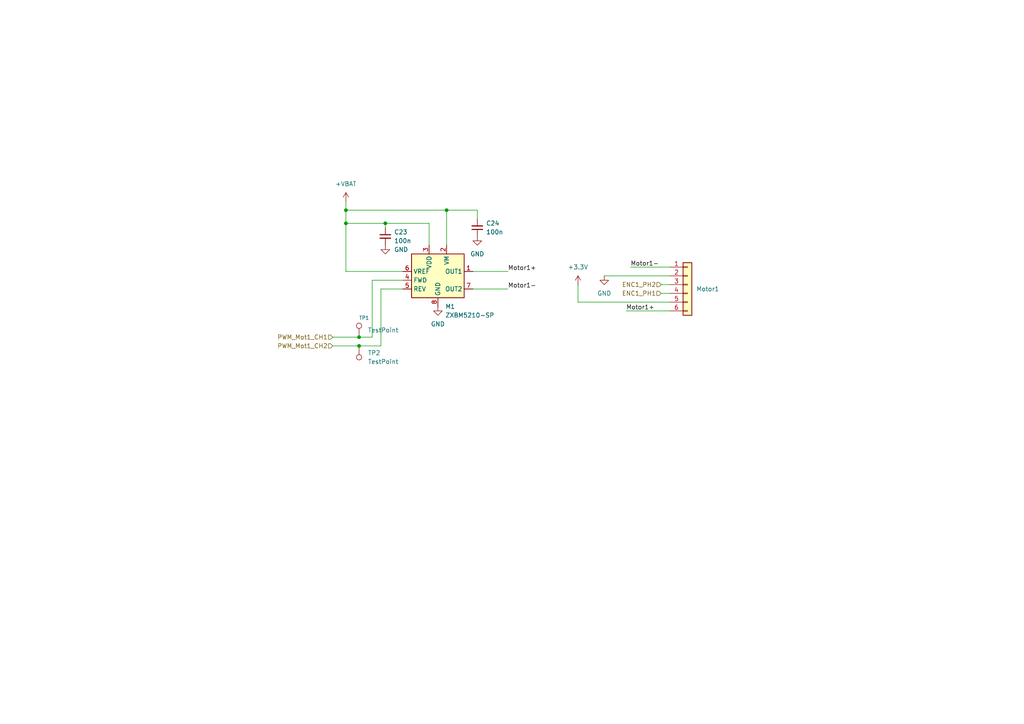
<source format=kicad_sch>
(kicad_sch (version 20250114) (generator "eeschema") (generator_version "9.0")
  (paper "A4")
  (lib_symbols
    (symbol "Connector:TestPoint" (pin_numbers (hide yes)) (pin_names (offset 0.762) (hide yes))
      (property "Reference" "TP" (at 0 6.858 0))
      (property "Value" "TestPoint" (at 0 5.08 0))
      (symbol "TestPoint_0_1"
        (circle (center 0 3.302) (radius 0.762))
      )
      (symbol "TestPoint_1_1"
        (pin passive line (at 0 0 90) (length 2.54) (name "1") (number "1"))
      )
    )
    (symbol "Connector_Generic:Conn_01x06" (pin_names (offset 1.016) (hide yes))
      (property "Reference" "J" (at 0 7.62 0))
      (property "Value" "Conn_01x06" (at 0 -10.16 0))
      (symbol "Conn_01x06_1_1"
        (rectangle (start -1.27 6.35) (end 1.27 -8.89) (stroke (width 0.254)) (fill (type background)))
        (rectangle (start -1.27 5.207) (end 0 4.953) (stroke (width 0.1524)))
        (rectangle (start -1.27 2.667) (end 0 2.413) (stroke (width 0.1524)))
        (rectangle (start -1.27 0.127) (end 0 -0.127) (stroke (width 0.1524)))
        (rectangle (start -1.27 -2.413) (end 0 -2.667) (stroke (width 0.1524)))
        (rectangle (start -1.27 -4.953) (end 0 -5.207) (stroke (width 0.1524)))
        (rectangle (start -1.27 -7.493) (end 0 -7.747) (stroke (width 0.1524)))
        (pin passive line (at -5.08 5.08 0) (length 3.81) (name "Pin_1") (number "1"))
        (pin passive line (at -5.08 2.54 0) (length 3.81) (name "Pin_2") (number "2"))
        (pin passive line (at -5.08 0 0) (length 3.81) (name "Pin_3") (number "3"))
        (pin passive line (at -5.08 -2.54 0) (length 3.81) (name "Pin_4") (number "4"))
        (pin passive line (at -5.08 -5.08 0) (length 3.81) (name "Pin_5") (number "5"))
        (pin passive line (at -5.08 -7.62 0) (length 3.81) (name "Pin_6") (number "6"))
      )
    )
    (symbol "Device:C_Small" (pin_numbers (hide yes)) (pin_names (offset 0.254) (hide yes))
      (property "Reference" "C" (at 0.254 1.778 0))
      (property "Value" "C_Small" (at 0.254 -2.032 0))
      (symbol "C_Small_0_1"
        (polyline (pts (xy -1.524 0.508) (xy 1.524 0.508)) (stroke (width 0.3048)))
        (polyline (pts (xy -1.524 -0.508) (xy 1.524 -0.508)) (stroke (width 0.3302)))
      )
      (symbol "C_Small_1_1"
        (pin passive line (at 0 2.54 270) (length 2.032) (name "~") (number "1"))
        (pin passive line (at 0 -2.54 90) (length 2.032) (name "~") (number "2"))
      )
    )
    (symbol "Driver_Motor:ZXBM5210-SP"
      (property "Reference" "U" (at -7.62 8.89 0))
      (property "Value" "ZXBM5210-SP" (at 10.16 8.89 0))
      (symbol "ZXBM5210-SP_0_0"
        (pin input line (at -10.16 2.54 0) (length 2.54) (name "VREF") (number "6"))
        (pin input line (at -10.16 0 0) (length 2.54) (name "FWD") (number "4"))
        (pin input line (at -10.16 -2.54 0) (length 2.54) (name "REV") (number "5"))
        (pin power_in line (at -2.54 10.16 270) (length 2.54) (name "VDD") (number "3"))
        (pin power_in line (at 0 -7.62 90) (length 2.54) (name "GND") (number "8"))
        (pin passive line (at 0 -7.62 90) (length 2.54) (hide yes) (name "GND") (number "9"))
        (pin power_in line (at 2.54 10.16 270) (length 2.54) (name "VM") (number "2"))
        (pin output line (at 10.16 2.54 180) (length 2.54) (name "OUT1") (number "1"))
        (pin output line (at 10.16 -2.54 180) (length 2.54) (name "OUT2") (number "7"))
      )
      (symbol "ZXBM5210-SP_0_1"
        (rectangle (start -7.62 7.62) (end 7.62 -5.08) (stroke (width 0.254)) (fill (type background)))
      )
    )
    (symbol "power:+3.3V" (power) (pin_numbers (hide yes)) (pin_names (offset 0) (hide yes))
      (property "Value" "+3.3V" (at 0 3.556 0))
      (symbol "+3.3V_0_1"
        (polyline (pts (xy -0.762 1.27) (xy 0 2.54)))
        (polyline (pts (xy 0 2.54) (xy 0.762 1.27)))
        (polyline (pts (xy 0 0) (xy 0 2.54)))
      )
      (symbol "+3.3V_1_1"
        (pin power_in line (at 0 0 90) (length 0) (name "~") (number "1"))
      )
    )
    (symbol "power:+7.5V" (power) (pin_numbers (hide yes)) (pin_names (offset 0) (hide yes))
      (property "Value" "+7.5V" (at 0 3.556 0))
      (symbol "+7.5V_0_1"
        (polyline (pts (xy -0.762 1.27) (xy 0 2.54)))
        (polyline (pts (xy 0 2.54) (xy 0.762 1.27)))
        (polyline (pts (xy 0 0) (xy 0 2.54)))
      )
      (symbol "+7.5V_1_1"
        (pin power_in line (at 0 0 90) (length 0) (name "~") (number "1"))
      )
    )
    (symbol "power:GND" (power) (pin_numbers (hide yes)) (pin_names (offset 0) (hide yes))
      (property "Value" "GND" (at 0 -3.81 0))
      (symbol "GND_0_1"
        (polyline (pts (xy 0 0) (xy 0 -1.27) (xy 1.27 -1.27) (xy 0 -2.54) (xy -1.27 -1.27) (xy 0 -1.27)))
      )
      (symbol "GND_1_1"
        (pin power_in line (at 0 0 270) (length 0) (name "~") (number "1"))
      )
    )
  )
  (junction (at 111.76 64.77))
  (junction (at 129.54 60.96))
  (junction (at 100.33 60.96))
  (junction (at 104.14 97.79))
  (junction (at 100.33 64.77))
  (junction (at 104.14 100.33))
  (wire (pts (xy 167.64 87.63) (xy 194.31 87.63)))
  (wire (pts (xy 96.52 100.33) (xy 104.14 100.33)))
  (wire (pts (xy 129.54 60.96) (xy 129.54 71.12)))
  (wire (pts (xy 100.33 64.77) (xy 100.33 78.74)))
  (wire (pts (xy 107.95 81.28) (xy 116.84 81.28)))
  (wire (pts (xy 100.33 64.77) (xy 111.76 64.77)))
  (wire (pts (xy 104.14 97.79) (xy 107.95 97.79)))
  (wire (pts (xy 129.54 60.96) (xy 100.33 60.96)))
  (wire (pts (xy 96.52 97.79) (xy 104.14 97.79)))
  (wire (pts (xy 191.77 85.09) (xy 194.31 85.09)))
  (wire (pts (xy 100.33 60.96) (xy 100.33 64.77)))
  (wire (pts (xy 181.61 90.17) (xy 194.31 90.17)))
  (wire (pts (xy 110.49 100.33) (xy 110.49 83.82)))
  (wire (pts (xy 138.43 60.96) (xy 138.43 63.5)))
  (wire (pts (xy 100.33 58.42) (xy 100.33 60.96)))
  (wire (pts (xy 147.32 78.74) (xy 137.16 78.74)))
  (wire (pts (xy 100.33 78.74) (xy 116.84 78.74)))
  (wire (pts (xy 129.54 60.96) (xy 138.43 60.96)))
  (wire (pts (xy 167.64 87.63) (xy 167.64 82.55)))
  (wire (pts (xy 194.31 80.01) (xy 175.26 80.01)))
  (wire (pts (xy 111.76 64.77) (xy 111.76 66.04)))
  (wire (pts (xy 137.16 83.82) (xy 147.32 83.82)))
  (wire (pts (xy 110.49 83.82) (xy 116.84 83.82)))
  (wire (pts (xy 104.14 100.33) (xy 110.49 100.33)))
  (wire (pts (xy 191.77 82.55) (xy 194.31 82.55)))
  (wire (pts (xy 182.88 77.47) (xy 194.31 77.47)))
  (wire (pts (xy 107.95 97.79) (xy 107.95 81.28)))
  (wire (pts (xy 111.76 64.77) (xy 124.46 64.77)))
  (wire (pts (xy 124.46 64.77) (xy 124.46 71.12)))
  (label "Motor1-" (at 182.88 77.47 0))
  (label "Motor1-" (at 147.32 83.82 0))
  (label "Motor1+" (at 147.32 78.74 0))
  (label "Motor1+" (at 181.61 90.17 0))
  (hierarchical_label "ENC1_PH2" (shape input) (at 191.77 82.55 180))
  (hierarchical_label "PWM_Mot1_CH1" (shape input) (at 96.52 97.79 180))
  (hierarchical_label "ENC1_PH1" (shape input) (at 191.77 85.09 180))
  (hierarchical_label "PWM_Mot1_CH2" (shape input) (at 96.52 100.33 180))
  (symbol (lib_id "Connector:TestPoint") (at 104.14 97.79 0) (unit 1)
    (property "Reference" "TP3" (at 104.14 92.202 0) (effects (font (size 1.016 1.016)) (justify left)))
    (property "Value" "TestPoint" (at 106.68 95.7579 0) (effects (justify left)))
    (property "Footprint" "TestPoint:TestPoint_Pad_D1.5mm" (effects (hide yes)))
    (property "Description" "test point" (effects (hide yes)))
    (instances (project "Projet_Robot" (path "" (reference "TP1") (unit 1)) (path "" (reference "TP3") (unit 1))))
  )
  (symbol (lib_id "Driver_Motor:ZXBM5210-SP") (at 127 81.28 0) (unit 1)
    (property "Reference" "M2" (at 129.1433 88.9 0) (effects (justify left)))
    (property "Value" "ZXBM5210-SP" (at 129.1433 91.44 0) (effects (justify left)))
    (property "Footprint" "Package_SO:Diodes_SO-8EP" (effects (hide yes)))
    (property "Datasheet" "https://www.diodes.com/assets/Datasheets/ZXBM5210.pdf" (effects (hide yes)))
    (property "Description" "Reversible DC motor drive with speed control, 3-18V, 0.85A, SOIC-8EP" (effects (hide yes)))
    (instances (project "Projet_Robot" (path "" (reference "M1") (unit 1)) (path "" (reference "M2") (unit 1))))
  )
  (symbol (lib_id "power:GND") (at 138.43 68.58 0) (unit 1)
    (property "Reference" "#PWR017" (effects (hide yes)))
    (property "Value" "GND" (at 138.43 73.66 0))
    (property "Description" "Power symbol creates a global label with name \"GND\" , ground" (effects (hide yes)))
    (instances (project "Projet_Robot" (path "" (reference "#PWR023") (unit 1)) (path "" (reference "#PWR017") (unit 1))))
  )
  (symbol (lib_id "power:GND") (at 175.26 80.01 0) (unit 1)
    (property "Reference" "#PWR019" (effects (hide yes)))
    (property "Value" "GND" (at 175.26 85.09 0))
    (property "Description" "Power symbol creates a global label with name \"GND\" , ground" (effects (hide yes)))
    (instances (project "Projet_Robot" (path "" (reference "#PWR0218") (unit 1)) (path "" (reference "#PWR019") (unit 1))))
  )
  (symbol (lib_id "Connector:TestPoint") (at 104.14 100.33 180) (unit 1)
    (property "Reference" "TP4" (at 106.68 102.3619 0) (effects (justify right)))
    (property "Value" "TestPoint" (at 106.68 104.9019 0) (effects (justify right)))
    (property "Footprint" "TestPoint:TestPoint_Pad_D1.5mm" (effects (hide yes)))
    (property "Description" "test point" (effects (hide yes)))
    (instances (project "Projet_Robot" (path "" (reference "TP2") (unit 1)) (path "" (reference "TP4") (unit 1))))
  )
  (symbol (lib_id "power:GND") (at 111.76 71.12 0) (unit 1)
    (property "Reference" "#PWR015" (effects (hide yes)))
    (property "Value" "GND" (at 114.3 72.3899 0) (effects (justify left)))
    (property "Description" "Power symbol creates a global label with name \"GND\" , ground" (effects (hide yes)))
    (instances (project "Projet_Robot" (path "" (reference "#PWR021") (unit 1)) (path "" (reference "#PWR015") (unit 1))))
  )
  (symbol (lib_id "power:+3.3V") (at 167.64 82.55 0) (unit 1)
    (property "Reference" "#PWR018" (effects (hide yes)))
    (property "Value" "+3.3V" (at 167.64 77.47 0))
    (instances (project "Projet_Robot" (path "" (reference "#PWR0217") (unit 1)) (path "" (reference "#PWR018") (unit 1))))
  )
  (symbol (lib_id "power:+7.5V") (at 100.33 58.42 0) (unit 1)
    (property "Reference" "#PWR01" (effects (hide yes)))
    (property "Value" "+VBAT" (at 100.33 53.34 0))
    (property "Description" "Power symbol creates a global label with name \"+7.5V\"" (effects (hide yes)))
    (instances (project "" (path "" (reference "#PWR02") (unit 1)) (path "" (reference "#PWR01") (unit 1))))
  )
  (symbol (lib_id "Device:C_Small") (at 111.76 68.58 0) (unit 1)
    (property "Reference" "C22" (at 114.3 67.3162 0) (effects (justify left)))
    (property "Value" "100n" (at 114.3 69.8562 0) (effects (justify left)))
    (property "Footprint" "Capacitor_SMD:C_0402_1005Metric" (effects (hide yes)))
    (property "Description" "Unpolarized capacitor, small symbol" (effects (hide yes)))
    (instances (project "Projet_Robot" (path "" (reference "C23") (unit 1)) (path "" (reference "C22") (unit 1))))
  )
  (symbol (lib_id "Device:C_Small") (at 138.43 66.04 180) (unit 1)
    (property "Reference" "C25" (at 140.97 64.7635 0) (effects (justify right)))
    (property "Value" "100n" (at 140.97 67.3035 0) (effects (justify right)))
    (property "Footprint" "Capacitor_SMD:C_0402_1005Metric" (effects (hide yes)))
    (property "Description" "Unpolarized capacitor, small symbol" (effects (hide yes)))
    (instances (project "Projet_Robot" (path "" (reference "C24") (unit 1)) (path "" (reference "C25") (unit 1))))
  )
  (symbol (lib_id "Connector_Generic:Conn_01x06") (at 199.39 82.55 0) (unit 1)
    (property "Reference" "Motor2" (at 201.93 83.8199 0) (effects (justify left)))
    (property "Value" "Conn_01x06" (effects (hide yes)))
    (property "Footprint" "Connector_JST:JST_XH_S6B-XH-A_1x06_P2.50mm_Horizontal" (effects (hide yes)))
    (property "Description" "Generic connector, single row, 01x06, script generated (kicad-library-utils/schlib/autogen/connector/)" (effects (hide yes)))
    (instances (project "Projet_Robot" (path "" (reference "Motor1") (unit 1)) (path "" (reference "Motor2") (unit 1))))
  )
  (symbol (lib_id "power:GND") (at 127 88.9 0) (unit 1)
    (property "Reference" "#PWR016" (effects (hide yes)))
    (property "Value" "GND" (at 127 93.98 0))
    (property "Description" "Power symbol creates a global label with name \"GND\" , ground" (effects (hide yes)))
    (instances (project "Projet_Robot" (path "" (reference "#PWR022") (unit 1)) (path "" (reference "#PWR016") (unit 1))))
  )
)
</source>
